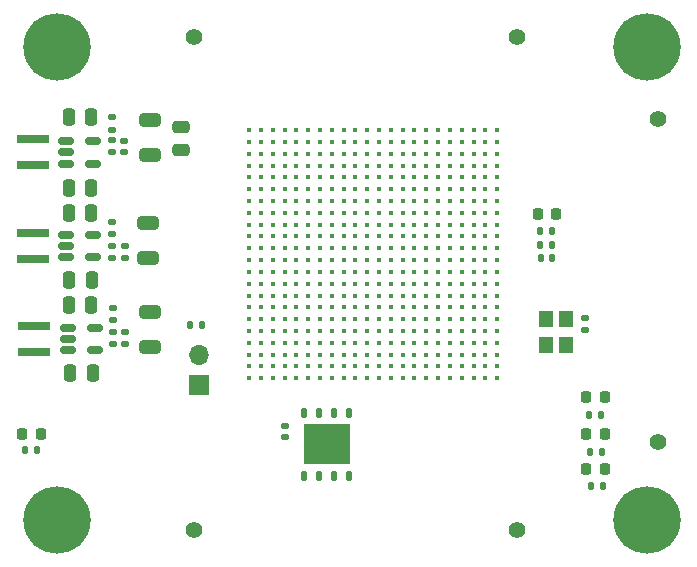
<source format=gbr>
%TF.GenerationSoftware,KiCad,Pcbnew,7.0.7-7.0.7~ubuntu22.04.1*%
%TF.CreationDate,2023-09-19T23:07:00+02:00*%
%TF.ProjectId,som_fpga,736f6d5f-6670-4676-912e-6b696361645f,rev?*%
%TF.SameCoordinates,Original*%
%TF.FileFunction,Soldermask,Top*%
%TF.FilePolarity,Negative*%
%FSLAX46Y46*%
G04 Gerber Fmt 4.6, Leading zero omitted, Abs format (unit mm)*
G04 Created by KiCad (PCBNEW 7.0.7-7.0.7~ubuntu22.04.1) date 2023-09-19 23:07:00*
%MOMM*%
%LPD*%
G01*
G04 APERTURE LIST*
G04 Aperture macros list*
%AMRoundRect*
0 Rectangle with rounded corners*
0 $1 Rounding radius*
0 $2 $3 $4 $5 $6 $7 $8 $9 X,Y pos of 4 corners*
0 Add a 4 corners polygon primitive as box body*
4,1,4,$2,$3,$4,$5,$6,$7,$8,$9,$2,$3,0*
0 Add four circle primitives for the rounded corners*
1,1,$1+$1,$2,$3*
1,1,$1+$1,$4,$5*
1,1,$1+$1,$6,$7*
1,1,$1+$1,$8,$9*
0 Add four rect primitives between the rounded corners*
20,1,$1+$1,$2,$3,$4,$5,0*
20,1,$1+$1,$4,$5,$6,$7,0*
20,1,$1+$1,$6,$7,$8,$9,0*
20,1,$1+$1,$8,$9,$2,$3,0*%
G04 Aperture macros list end*
%ADD10RoundRect,0.140000X-0.170000X0.140000X-0.170000X-0.140000X0.170000X-0.140000X0.170000X0.140000X0*%
%ADD11RoundRect,0.135000X-0.135000X-0.185000X0.135000X-0.185000X0.135000X0.185000X-0.135000X0.185000X0*%
%ADD12RoundRect,0.218750X-0.218750X-0.256250X0.218750X-0.256250X0.218750X0.256250X-0.218750X0.256250X0*%
%ADD13R,1.700000X1.700000*%
%ADD14O,1.700000X1.700000*%
%ADD15C,5.700000*%
%ADD16C,0.400000*%
%ADD17R,1.200000X1.400000*%
%ADD18RoundRect,0.250000X-0.650000X0.325000X-0.650000X-0.325000X0.650000X-0.325000X0.650000X0.325000X0*%
%ADD19RoundRect,0.150000X-0.512500X-0.150000X0.512500X-0.150000X0.512500X0.150000X-0.512500X0.150000X0*%
%ADD20R,2.700000X0.800000*%
%ADD21RoundRect,0.250000X0.250000X0.475000X-0.250000X0.475000X-0.250000X-0.475000X0.250000X-0.475000X0*%
%ADD22RoundRect,0.218750X0.218750X0.256250X-0.218750X0.256250X-0.218750X-0.256250X0.218750X-0.256250X0*%
%ADD23RoundRect,0.140000X0.140000X0.170000X-0.140000X0.170000X-0.140000X-0.170000X0.140000X-0.170000X0*%
%ADD24RoundRect,0.135000X0.185000X-0.135000X0.185000X0.135000X-0.185000X0.135000X-0.185000X-0.135000X0*%
%ADD25RoundRect,0.135000X-0.185000X0.135000X-0.185000X-0.135000X0.185000X-0.135000X0.185000X0.135000X0*%
%ADD26RoundRect,0.135000X0.135000X0.185000X-0.135000X0.185000X-0.135000X-0.185000X0.135000X-0.185000X0*%
%ADD27RoundRect,0.140000X0.170000X-0.140000X0.170000X0.140000X-0.170000X0.140000X-0.170000X-0.140000X0*%
%ADD28RoundRect,0.250000X-0.250000X-0.475000X0.250000X-0.475000X0.250000X0.475000X-0.250000X0.475000X0*%
%ADD29RoundRect,0.125000X0.125000X-0.262500X0.125000X0.262500X-0.125000X0.262500X-0.125000X-0.262500X0*%
%ADD30R,4.000000X3.400000*%
%ADD31RoundRect,0.250000X-0.475000X0.250000X-0.475000X-0.250000X0.475000X-0.250000X0.475000X0.250000X0*%
%ADD32C,1.420000*%
G04 APERTURE END LIST*
D10*
%TO.C,C45*%
X120919000Y-89214000D03*
X120919000Y-90174000D03*
%TD*%
D11*
%TO.C,R14*%
X160360000Y-102200000D03*
X161380000Y-102200000D03*
%TD*%
D12*
%TO.C,D5*%
X159982500Y-94730000D03*
X161557500Y-94730000D03*
%TD*%
D13*
%TO.C,J1*%
X127200000Y-93675000D03*
D14*
X127200000Y-91135000D03*
%TD*%
D15*
%TO.C,H3*%
X165140000Y-105090000D03*
%TD*%
D16*
%TO.C,U1*%
X152430000Y-72100000D03*
X152430000Y-73100000D03*
X152430000Y-74100000D03*
X152430000Y-75100000D03*
X152430000Y-76100000D03*
X152430000Y-77100000D03*
X152430000Y-78100000D03*
X152430000Y-79100000D03*
X152430000Y-80100000D03*
X152430000Y-81100000D03*
X152430000Y-82100000D03*
X152430000Y-83100000D03*
X152430000Y-84100000D03*
X152430000Y-85100000D03*
X152430000Y-86100000D03*
X152430000Y-87100000D03*
X152430000Y-88100000D03*
X152430000Y-89100000D03*
X152430000Y-90100000D03*
X152430000Y-91100000D03*
X152430000Y-92100000D03*
X152430000Y-93100000D03*
X132430000Y-72100000D03*
X132430000Y-73100000D03*
X132430000Y-74100000D03*
X132430000Y-75100000D03*
X132430000Y-76100000D03*
X132430000Y-77100000D03*
X132430000Y-78100000D03*
X132430000Y-79100000D03*
X132430000Y-80100000D03*
X132430000Y-81100000D03*
X132430000Y-82100000D03*
X132430000Y-83100000D03*
X132430000Y-84100000D03*
X132430000Y-85100000D03*
X132430000Y-86100000D03*
X132430000Y-87100000D03*
X132430000Y-88100000D03*
X132430000Y-89100000D03*
X132430000Y-90100000D03*
X132430000Y-91100000D03*
X132430000Y-92100000D03*
X132430000Y-93100000D03*
X131430000Y-72100000D03*
X131430000Y-73100000D03*
X131430000Y-74100000D03*
X131430000Y-75100000D03*
X131430000Y-76100000D03*
X131430000Y-77100000D03*
X131430000Y-78100000D03*
X131430000Y-79100000D03*
X131430000Y-80100000D03*
X131430000Y-81100000D03*
X131430000Y-82100000D03*
X131430000Y-83100000D03*
X131430000Y-84100000D03*
X131430000Y-85100000D03*
X131430000Y-86100000D03*
X131430000Y-87100000D03*
X131430000Y-88100000D03*
X131430000Y-89100000D03*
X131430000Y-90100000D03*
X131430000Y-91100000D03*
X131430000Y-92100000D03*
X131430000Y-93100000D03*
X151430000Y-72100000D03*
X151430000Y-73100000D03*
X151430000Y-74100000D03*
X151430000Y-75100000D03*
X151430000Y-76100000D03*
X151430000Y-77100000D03*
X151430000Y-78100000D03*
X151430000Y-79100000D03*
X151430000Y-80100000D03*
X151430000Y-81100000D03*
X151430000Y-82100000D03*
X151430000Y-83100000D03*
X151430000Y-84100000D03*
X151430000Y-85100000D03*
X151430000Y-86100000D03*
X151430000Y-87100000D03*
X151430000Y-88100000D03*
X151430000Y-89100000D03*
X151430000Y-90100000D03*
X151430000Y-91100000D03*
X151430000Y-92100000D03*
X151430000Y-93100000D03*
X150430000Y-72100000D03*
X150430000Y-73100000D03*
X150430000Y-74100000D03*
X150430000Y-75100000D03*
X150430000Y-76100000D03*
X150430000Y-77100000D03*
X150430000Y-78100000D03*
X150430000Y-79100000D03*
X150430000Y-80100000D03*
X150430000Y-81100000D03*
X150430000Y-82100000D03*
X150430000Y-83100000D03*
X150430000Y-84100000D03*
X150430000Y-85100000D03*
X150430000Y-86100000D03*
X150430000Y-87100000D03*
X150430000Y-88100000D03*
X150430000Y-89100000D03*
X150430000Y-90100000D03*
X150430000Y-91100000D03*
X150430000Y-92100000D03*
X150430000Y-93100000D03*
X149430000Y-72100000D03*
X149430000Y-73100000D03*
X149430000Y-74100000D03*
X149430000Y-75100000D03*
X149430000Y-76100000D03*
X149430000Y-77100000D03*
X149430000Y-78100000D03*
X149430000Y-79100000D03*
X149430000Y-80100000D03*
X149430000Y-81100000D03*
X149430000Y-82100000D03*
X149430000Y-83100000D03*
X149430000Y-84100000D03*
X149430000Y-85100000D03*
X149430000Y-86100000D03*
X149430000Y-87100000D03*
X149430000Y-88100000D03*
X149430000Y-89100000D03*
X149430000Y-90100000D03*
X149430000Y-91100000D03*
X149430000Y-92100000D03*
X149430000Y-93100000D03*
X148430000Y-72100000D03*
X148430000Y-73100000D03*
X148430000Y-74100000D03*
X148430000Y-75100000D03*
X148430000Y-76100000D03*
X148430000Y-77100000D03*
X148430000Y-78100000D03*
X148430000Y-79100000D03*
X148430000Y-80100000D03*
X148430000Y-81100000D03*
X148430000Y-82100000D03*
X148430000Y-83100000D03*
X148430000Y-84100000D03*
X148430000Y-85100000D03*
X148430000Y-86100000D03*
X148430000Y-87100000D03*
X148430000Y-88100000D03*
X148430000Y-89100000D03*
X148430000Y-90100000D03*
X148430000Y-91100000D03*
X148430000Y-92100000D03*
X148430000Y-93100000D03*
X147430000Y-72100000D03*
X147430000Y-73100000D03*
X147430000Y-74100000D03*
X147430000Y-75100000D03*
X147430000Y-76100000D03*
X147430000Y-77100000D03*
X147430000Y-78100000D03*
X147430000Y-79100000D03*
X147430000Y-80100000D03*
X147430000Y-81100000D03*
X147430000Y-82100000D03*
X147430000Y-83100000D03*
X147430000Y-84100000D03*
X147430000Y-85100000D03*
X147430000Y-86100000D03*
X147430000Y-87100000D03*
X147430000Y-88100000D03*
X147430000Y-89100000D03*
X147430000Y-90100000D03*
X147430000Y-91100000D03*
X147430000Y-92100000D03*
X147430000Y-93100000D03*
X146430000Y-72100000D03*
X146430000Y-73100000D03*
X146430000Y-74100000D03*
X146430000Y-75100000D03*
X146430000Y-76100000D03*
X146430000Y-77100000D03*
X146430000Y-78100000D03*
X146430000Y-79100000D03*
X146430000Y-80100000D03*
X146430000Y-81100000D03*
X146430000Y-82100000D03*
X146430000Y-83100000D03*
X146430000Y-84100000D03*
X146430000Y-85100000D03*
X146430000Y-86100000D03*
X146430000Y-87100000D03*
X146430000Y-88100000D03*
X146430000Y-89100000D03*
X146430000Y-90100000D03*
X146430000Y-91100000D03*
X146430000Y-92100000D03*
X146430000Y-93100000D03*
X145430000Y-72100000D03*
X145430000Y-73100000D03*
X145430000Y-74100000D03*
X145430000Y-75100000D03*
X145430000Y-76100000D03*
X145430000Y-77100000D03*
X145430000Y-78100000D03*
X145430000Y-79100000D03*
X145430000Y-80100000D03*
X145430000Y-81100000D03*
X145430000Y-82100000D03*
X145430000Y-83100000D03*
X145430000Y-84100000D03*
X145430000Y-85100000D03*
X145430000Y-86100000D03*
X145430000Y-87100000D03*
X145430000Y-88100000D03*
X145430000Y-89100000D03*
X145430000Y-90100000D03*
X145430000Y-91100000D03*
X145430000Y-92100000D03*
X145430000Y-93100000D03*
X144430000Y-72100000D03*
X144430000Y-73100000D03*
X144430000Y-74100000D03*
X144430000Y-75100000D03*
X144430000Y-76100000D03*
X144430000Y-77100000D03*
X144430000Y-78100000D03*
X144430000Y-79100000D03*
X144430000Y-80100000D03*
X144430000Y-81100000D03*
X144430000Y-82100000D03*
X144430000Y-83100000D03*
X144430000Y-84100000D03*
X144430000Y-85100000D03*
X144430000Y-86100000D03*
X144430000Y-87100000D03*
X144430000Y-88100000D03*
X144430000Y-89100000D03*
X144430000Y-90100000D03*
X144430000Y-91100000D03*
X144430000Y-92100000D03*
X144430000Y-93100000D03*
X143430000Y-72100000D03*
X143430000Y-73100000D03*
X143430000Y-74100000D03*
X143430000Y-75100000D03*
X143430000Y-76100000D03*
X143430000Y-77100000D03*
X143430000Y-78100000D03*
X143430000Y-79100000D03*
X143430000Y-80100000D03*
X143430000Y-81100000D03*
X143430000Y-82100000D03*
X143430000Y-83100000D03*
X143430000Y-84100000D03*
X143430000Y-85100000D03*
X143430000Y-86100000D03*
X143430000Y-87100000D03*
X143430000Y-88100000D03*
X143430000Y-89100000D03*
X143430000Y-90100000D03*
X143430000Y-91100000D03*
X143430000Y-92100000D03*
X143430000Y-93100000D03*
X142430000Y-72100000D03*
X142430000Y-73100000D03*
X142430000Y-74100000D03*
X142430000Y-75100000D03*
X142430000Y-76100000D03*
X142430000Y-77100000D03*
X142430000Y-78100000D03*
X142430000Y-79100000D03*
X142430000Y-80100000D03*
X142430000Y-81100000D03*
X142430000Y-82100000D03*
X142430000Y-83100000D03*
X142430000Y-84100000D03*
X142430000Y-85100000D03*
X142430000Y-86100000D03*
X142430000Y-87100000D03*
X142430000Y-88100000D03*
X142430000Y-89100000D03*
X142430000Y-90100000D03*
X142430000Y-91100000D03*
X142430000Y-92100000D03*
X142430000Y-93100000D03*
X141430000Y-72100000D03*
X141430000Y-73100000D03*
X141430000Y-74100000D03*
X141430000Y-75100000D03*
X141430000Y-76100000D03*
X141430000Y-77100000D03*
X141430000Y-78100000D03*
X141430000Y-79100000D03*
X141430000Y-80100000D03*
X141430000Y-81100000D03*
X141430000Y-82100000D03*
X141430000Y-83100000D03*
X141430000Y-84100000D03*
X141430000Y-85100000D03*
X141430000Y-86100000D03*
X141430000Y-87100000D03*
X141430000Y-88100000D03*
X141430000Y-89100000D03*
X141430000Y-90100000D03*
X141430000Y-91100000D03*
X141430000Y-92100000D03*
X141430000Y-93100000D03*
X140430000Y-72100000D03*
X140430000Y-73100000D03*
X140430000Y-74100000D03*
X140430000Y-75100000D03*
X140430000Y-76100000D03*
X140430000Y-77100000D03*
X140430000Y-78100000D03*
X140430000Y-79100000D03*
X140430000Y-80100000D03*
X140430000Y-81100000D03*
X140430000Y-82100000D03*
X140430000Y-83100000D03*
X140430000Y-84100000D03*
X140430000Y-85100000D03*
X140430000Y-86100000D03*
X140430000Y-87100000D03*
X140430000Y-88100000D03*
X140430000Y-89100000D03*
X140430000Y-90100000D03*
X140430000Y-91100000D03*
X140430000Y-92100000D03*
X140430000Y-93100000D03*
X139430000Y-72100000D03*
X139430000Y-73100000D03*
X139430000Y-74100000D03*
X139430000Y-75100000D03*
X139430000Y-76100000D03*
X139430000Y-77100000D03*
X139430000Y-78100000D03*
X139430000Y-79100000D03*
X139430000Y-80100000D03*
X139430000Y-81100000D03*
X139430000Y-82100000D03*
X139430000Y-83100000D03*
X139430000Y-84100000D03*
X139430000Y-85100000D03*
X139430000Y-86100000D03*
X139430000Y-87100000D03*
X139430000Y-88100000D03*
X139430000Y-89100000D03*
X139430000Y-90100000D03*
X139430000Y-91100000D03*
X139430000Y-92100000D03*
X139430000Y-93100000D03*
X138430000Y-72100000D03*
X138430000Y-73100000D03*
X138430000Y-74100000D03*
X138430000Y-75100000D03*
X138430000Y-76100000D03*
X138430000Y-77100000D03*
X138430000Y-78100000D03*
X138430000Y-79100000D03*
X138430000Y-80100000D03*
X138430000Y-81100000D03*
X138430000Y-82100000D03*
X138430000Y-83100000D03*
X138430000Y-84100000D03*
X138430000Y-85100000D03*
X138430000Y-86100000D03*
X138430000Y-87100000D03*
X138430000Y-88100000D03*
X138430000Y-89100000D03*
X138430000Y-90100000D03*
X138430000Y-91100000D03*
X138430000Y-92100000D03*
X138430000Y-93100000D03*
X137430000Y-72100000D03*
X137430000Y-73100000D03*
X137430000Y-74100000D03*
X137430000Y-75100000D03*
X137430000Y-76100000D03*
X137430000Y-77100000D03*
X137430000Y-78100000D03*
X137430000Y-79100000D03*
X137430000Y-80100000D03*
X137430000Y-81100000D03*
X137430000Y-82100000D03*
X137430000Y-83100000D03*
X137430000Y-84100000D03*
X137430000Y-85100000D03*
X137430000Y-86100000D03*
X137430000Y-87100000D03*
X137430000Y-88100000D03*
X137430000Y-89100000D03*
X137430000Y-90100000D03*
X137430000Y-91100000D03*
X137430000Y-92100000D03*
X137430000Y-93100000D03*
X136430000Y-72100000D03*
X136430000Y-73100000D03*
X136430000Y-74100000D03*
X136430000Y-75100000D03*
X136430000Y-76100000D03*
X136430000Y-77100000D03*
X136430000Y-78100000D03*
X136430000Y-79100000D03*
X136430000Y-80100000D03*
X136430000Y-81100000D03*
X136430000Y-82100000D03*
X136430000Y-83100000D03*
X136430000Y-84100000D03*
X136430000Y-85100000D03*
X136430000Y-86100000D03*
X136430000Y-87100000D03*
X136430000Y-88100000D03*
X136430000Y-89100000D03*
X136430000Y-90100000D03*
X136430000Y-91100000D03*
X136430000Y-92100000D03*
X136430000Y-93100000D03*
X135430000Y-72100000D03*
X135430000Y-73100000D03*
X135430000Y-74100000D03*
X135430000Y-75100000D03*
X135430000Y-76100000D03*
X135430000Y-77100000D03*
X135430000Y-78100000D03*
X135430000Y-79100000D03*
X135430000Y-80100000D03*
X135430000Y-81100000D03*
X135430000Y-82100000D03*
X135430000Y-83100000D03*
X135430000Y-84100000D03*
X135430000Y-85100000D03*
X135430000Y-86100000D03*
X135430000Y-87100000D03*
X135430000Y-88100000D03*
X135430000Y-89100000D03*
X135430000Y-90100000D03*
X135430000Y-91100000D03*
X135430000Y-92100000D03*
X135430000Y-93100000D03*
X134430000Y-72100000D03*
X134430000Y-73100000D03*
X134430000Y-74100000D03*
X134430000Y-75100000D03*
X134430000Y-76100000D03*
X134430000Y-77100000D03*
X134430000Y-78100000D03*
X134430000Y-79100000D03*
X134430000Y-80100000D03*
X134430000Y-81100000D03*
X134430000Y-82100000D03*
X134430000Y-83100000D03*
X134430000Y-84100000D03*
X134430000Y-85100000D03*
X134430000Y-86100000D03*
X134430000Y-87100000D03*
X134430000Y-88100000D03*
X134430000Y-89100000D03*
X134430000Y-90100000D03*
X134430000Y-91100000D03*
X134430000Y-92100000D03*
X134430000Y-93100000D03*
X133430000Y-72100000D03*
X133430000Y-73100000D03*
X133430000Y-74100000D03*
X133430000Y-75100000D03*
X133430000Y-76100000D03*
X133430000Y-77100000D03*
X133430000Y-78100000D03*
X133430000Y-79100000D03*
X133430000Y-80100000D03*
X133430000Y-81100000D03*
X133430000Y-82100000D03*
X133430000Y-83100000D03*
X133430000Y-84100000D03*
X133430000Y-85100000D03*
X133430000Y-86100000D03*
X133430000Y-87100000D03*
X133430000Y-88100000D03*
X133430000Y-89100000D03*
X133430000Y-90100000D03*
X133430000Y-91100000D03*
X133430000Y-92100000D03*
X133430000Y-93100000D03*
%TD*%
D17*
%TO.C,X1*%
X158250000Y-90300000D03*
X158250000Y-88100000D03*
X156550000Y-88100000D03*
X156550000Y-90300000D03*
%TD*%
D15*
%TO.C,H1*%
X165140000Y-65090000D03*
%TD*%
D18*
%TO.C,C33*%
X122881500Y-79944000D03*
X122881500Y-82894000D03*
%TD*%
D19*
%TO.C,U3*%
X116081500Y-88844000D03*
X116081500Y-89794000D03*
X116081500Y-90744000D03*
X118356500Y-90744000D03*
X118356500Y-88844000D03*
%TD*%
D20*
%TO.C,L3*%
X113094000Y-83019000D03*
X113094000Y-80819000D03*
%TD*%
D11*
%TO.C,R19*%
X160220000Y-96210000D03*
X161240000Y-96210000D03*
%TD*%
D21*
%TO.C,C3*%
X118169000Y-92694000D03*
X116269000Y-92694000D03*
%TD*%
D22*
%TO.C,D1*%
X157437500Y-79170000D03*
X155862500Y-79170000D03*
%TD*%
D12*
%TO.C,D4*%
X159992500Y-100750000D03*
X161567500Y-100750000D03*
%TD*%
D23*
%TO.C,C18*%
X157070000Y-82950000D03*
X156110000Y-82950000D03*
%TD*%
D11*
%TO.C,R11*%
X156080000Y-81800000D03*
X157100000Y-81800000D03*
%TD*%
D20*
%TO.C,L2*%
X113219000Y-90894000D03*
X113219000Y-88694000D03*
%TD*%
D24*
%TO.C,R2*%
X119839000Y-73984000D03*
X119839000Y-72964000D03*
%TD*%
D25*
%TO.C,R4*%
X119919000Y-87184000D03*
X119919000Y-88204000D03*
%TD*%
D26*
%TO.C,R13*%
X113497500Y-99200000D03*
X112477500Y-99200000D03*
%TD*%
D18*
%TO.C,C24*%
X123006500Y-87469000D03*
X123006500Y-90419000D03*
%TD*%
D25*
%TO.C,R6*%
X119794000Y-81909000D03*
X119794000Y-82929000D03*
%TD*%
D15*
%TO.C,H2*%
X115140000Y-65090000D03*
%TD*%
D25*
%TO.C,R3*%
X119919000Y-89184000D03*
X119919000Y-90204000D03*
%TD*%
D27*
%TO.C,C15*%
X159900000Y-89000000D03*
X159900000Y-88040000D03*
%TD*%
D19*
%TO.C,U2*%
X115964000Y-73034000D03*
X115964000Y-73984000D03*
X115964000Y-74934000D03*
X118239000Y-74934000D03*
X118239000Y-73034000D03*
%TD*%
D25*
%TO.C,R5*%
X119794000Y-79909000D03*
X119794000Y-80929000D03*
%TD*%
D12*
%TO.C,D2*%
X112212500Y-97800000D03*
X113787500Y-97800000D03*
%TD*%
D20*
%TO.C,L1*%
X113101500Y-75084000D03*
X113101500Y-72884000D03*
%TD*%
D28*
%TO.C,C6*%
X116144000Y-79069000D03*
X118044000Y-79069000D03*
%TD*%
D25*
%TO.C,R1*%
X119839000Y-71024000D03*
X119839000Y-72044000D03*
%TD*%
D11*
%TO.C,R12*%
X160280000Y-99340000D03*
X161300000Y-99340000D03*
%TD*%
D18*
%TO.C,C23*%
X123001500Y-71209000D03*
X123001500Y-74159000D03*
%TD*%
D26*
%TO.C,R18*%
X157110000Y-80650000D03*
X156090000Y-80650000D03*
%TD*%
D29*
%TO.C,U5*%
X136110000Y-101365000D03*
X137380000Y-101365000D03*
X138650000Y-101365000D03*
X139920000Y-101365000D03*
X139920000Y-96040000D03*
X138650000Y-96040000D03*
X137380000Y-96040000D03*
X136110000Y-96040000D03*
D30*
X138015000Y-98702500D03*
%TD*%
D28*
%TO.C,C4*%
X116169000Y-86894000D03*
X118069000Y-86894000D03*
%TD*%
D27*
%TO.C,C44*%
X120864000Y-73964000D03*
X120864000Y-73004000D03*
%TD*%
%TO.C,C17*%
X134450000Y-98090000D03*
X134450000Y-97130000D03*
%TD*%
D10*
%TO.C,C46*%
X120944000Y-81939000D03*
X120944000Y-82899000D03*
%TD*%
D21*
%TO.C,C5*%
X118094000Y-84769000D03*
X116194000Y-84769000D03*
%TD*%
D12*
%TO.C,D3*%
X159982500Y-97860000D03*
X161557500Y-97860000D03*
%TD*%
D21*
%TO.C,C1*%
X118051500Y-76984000D03*
X116151500Y-76984000D03*
%TD*%
D15*
%TO.C,H4*%
X115140000Y-105090000D03*
%TD*%
D11*
%TO.C,R8*%
X126390000Y-88625000D03*
X127410000Y-88625000D03*
%TD*%
D28*
%TO.C,C2*%
X116151500Y-70984000D03*
X118051500Y-70984000D03*
%TD*%
D31*
%TO.C,C10*%
X125700000Y-71850000D03*
X125700000Y-73750000D03*
%TD*%
D19*
%TO.C,U4*%
X115956500Y-80969000D03*
X115956500Y-81919000D03*
X115956500Y-82869000D03*
X118231500Y-82869000D03*
X118231500Y-80969000D03*
%TD*%
D32*
%TO.C,J3*%
X126772500Y-64190000D03*
X154082500Y-64190000D03*
%TD*%
%TO.C,J2*%
X166040000Y-98457500D03*
X166040000Y-71147500D03*
%TD*%
%TO.C,J4*%
X154082500Y-105990000D03*
X126772500Y-105990000D03*
%TD*%
M02*

</source>
